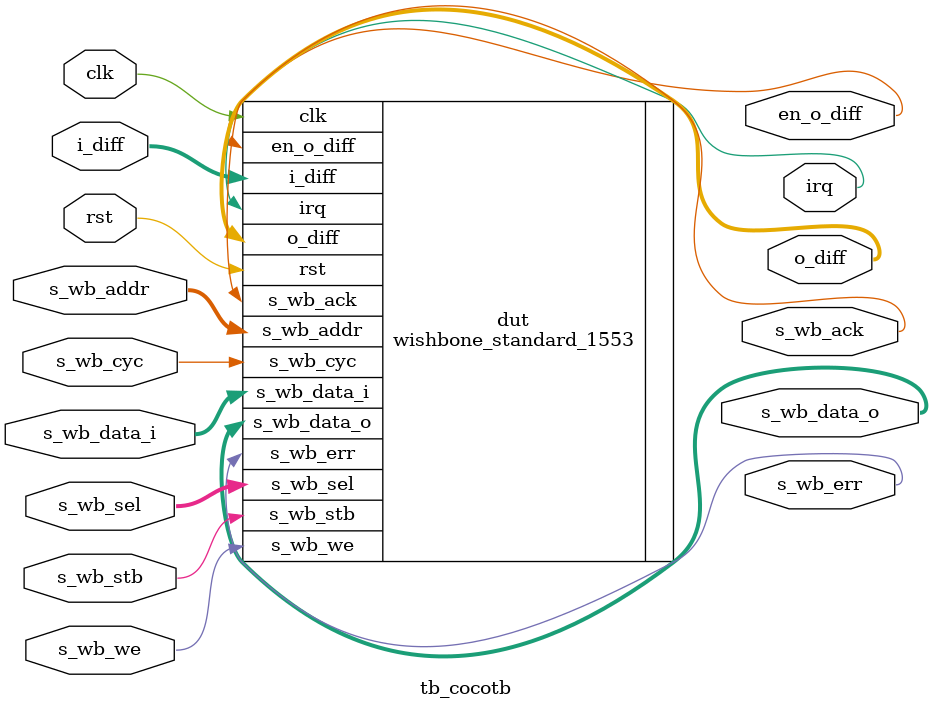
<source format=v>

`timescale 1ns/100ps

/*
 * Module: tb_cocotb
 *
 * Wishbone Stanard based 1553 communications device.
 *
 * Parameters:
 *
 *   ADDRESS_WIDTH   - Width of the address bus in bits, max 32 bit.
 *   BUS_WIDTH       - Width of the data bus in bytes.
 *   CLOCK_SPEED     - This is the aclk frequency in Hz
 *   SAMPLE_RATE     - Rate of in which to sample the 1553 bus. Must be 2 MHz or more and less than aclk. This is in Hz.
 *   BIT_SLICE_OFFSET- Adjust where the sample is taken from the input.
 *   INVERT_DATA     - Invert all 1553 bits coming in and out.
 *   SAMPLE_SELECT   - Adjust where in the array of samples to select a bit.
 *
 * Ports:
 *
 *   clk            - Clock for all devices in the core
 *   rst            - Positive reset
 *   s_wb_cyc       - Bus Cycle in process
 *   s_wb_stb       - Valid data transfer cycle
 *   s_wb_we        - Active High write, low read
 *   s_wb_addr      - Bus address
 *   s_wb_data_i    - Input data
 *   s_wb_sel       - Device Select
 *   s_wb_ack       - Bus transaction terminated
 *   s_wb_data_o    - Output data
 *   s_wb_err       - Active high when a bus error is present
 *   i_diff         - Input differential signal for 1553 bus
 *   o_diff         - Output differential signal for 1553 bus
 *   en_o_diff      - Enable output of differential signal (for signal switching on 1553 module)
 *   irq            - Interrupt when data is received
 */
module tb_cocotb #(
    parameter ADDRESS_WIDTH     = 32,
    parameter BUS_WIDTH         = 4,
    parameter CLOCK_SPEED       = 100000000,
    parameter SAMPLE_RATE       = 2000000,
    parameter BIT_SLICE_OFFSET  = 0,
    parameter INVERT_DATA       = 0,
    parameter SAMPLE_SELECT     = 0
  )
  (
    input           clk,
    input           rst,
    input                       s_wb_cyc,
    input                       s_wb_stb,
    input                       s_wb_we,
    input   [ADDRESS_WIDTH-1:0] s_wb_addr,
    input   [BUS_WIDTH*8-1:0]   s_wb_data_i,
    input   [ 3:0]              s_wb_sel,
    output                      s_wb_ack,
    output  [BUS_WIDTH*8-1:0]   s_wb_data_o,
    output                      s_wb_err,
    input   [1:0]               i_diff,
    output  [1:0]               o_diff,
    output                      en_o_diff,
    output                      irq
  );

  // fst dump command
  initial begin
    $dumpfile ("tb_cocotb.fst");
    $dumpvars (0, tb_cocotb);
    #1;
  end
  
  //Group: Instantiated Modules

  /*
   * Module: dut
   *
   * Device under test, wishbone_standard_1553
   */
  wishbone_standard_1553 #(
    .ADDRESS_WIDTH(ADDRESS_WIDTH),
    .BUS_WIDTH(BUS_WIDTH),
    .CLOCK_SPEED(CLOCK_SPEED),
    .SAMPLE_RATE(SAMPLE_RATE),
    .BIT_SLICE_OFFSET(BIT_SLICE_OFFSET),
    .INVERT_DATA(INVERT_DATA),
    .SAMPLE_SELECT(SAMPLE_SELECT)
  ) dut (
    .clk(clk),
    .rst(rst),
    .s_wb_cyc(s_wb_cyc),
    .s_wb_stb(s_wb_stb),
    .s_wb_we(s_wb_we),
    .s_wb_addr(s_wb_addr),
    .s_wb_data_i(s_wb_data_i),
    .s_wb_sel(s_wb_sel),
    .s_wb_ack(s_wb_ack),
    .s_wb_data_o(s_wb_data_o),
    .s_wb_err(s_wb_err),
    .i_diff(i_diff),
    .o_diff(o_diff),
    .en_o_diff(en_o_diff),
    .irq(irq)
  );
  
endmodule


</source>
